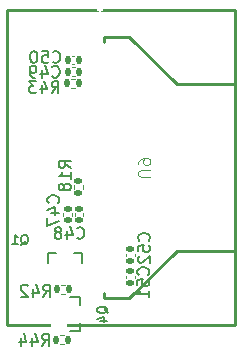
<source format=gbr>
%TF.GenerationSoftware,KiCad,Pcbnew,8.99.0-3334-g98ae574c78*%
%TF.CreationDate,2024-12-09T23:46:28-05:00*%
%TF.ProjectId,SmartPowerBoard,536d6172-7450-46f7-9765-72426f617264,rev?*%
%TF.SameCoordinates,Original*%
%TF.FileFunction,Legend,Bot*%
%TF.FilePolarity,Positive*%
%FSLAX46Y46*%
G04 Gerber Fmt 4.6, Leading zero omitted, Abs format (unit mm)*
G04 Created by KiCad (PCBNEW 8.99.0-3334-g98ae574c78) date 2024-12-09 23:46:28*
%MOMM*%
%LPD*%
G01*
G04 APERTURE LIST*
G04 Aperture macros list*
%AMRoundRect*
0 Rectangle with rounded corners*
0 $1 Rounding radius*
0 $2 $3 $4 $5 $6 $7 $8 $9 X,Y pos of 4 corners*
0 Add a 4 corners polygon primitive as box body*
4,1,4,$2,$3,$4,$5,$6,$7,$8,$9,$2,$3,0*
0 Add four circle primitives for the rounded corners*
1,1,$1+$1,$2,$3*
1,1,$1+$1,$4,$5*
1,1,$1+$1,$6,$7*
1,1,$1+$1,$8,$9*
0 Add four rect primitives between the rounded corners*
20,1,$1+$1,$2,$3,$4,$5,0*
20,1,$1+$1,$4,$5,$6,$7,0*
20,1,$1+$1,$6,$7,$8,$9,0*
20,1,$1+$1,$8,$9,$2,$3,0*%
G04 Aperture macros list end*
%ADD10C,0.150000*%
%ADD11C,0.100000*%
%ADD12C,0.120000*%
%ADD13C,0.254000*%
%ADD14C,0.203200*%
%ADD15C,1.576200*%
%ADD16C,0.836200*%
%ADD17C,0.010000*%
%ADD18C,3.000000*%
%ADD19R,2.100000X2.100000*%
%ADD20C,2.100000*%
%ADD21C,2.999999*%
%ADD22R,1.520000X1.520000*%
%ADD23C,1.520000*%
%ADD24C,0.650000*%
%ADD25O,2.100000X1.000000*%
%ADD26O,1.800000X1.000000*%
%ADD27RoundRect,0.140000X0.170000X-0.140000X0.170000X0.140000X-0.170000X0.140000X-0.170000X-0.140000X0*%
%ADD28R,3.000000X0.500000*%
%ADD29RoundRect,0.140000X-0.140000X-0.170000X0.140000X-0.170000X0.140000X0.170000X-0.140000X0.170000X0*%
%ADD30RoundRect,0.135000X-0.135000X-0.185000X0.135000X-0.185000X0.135000X0.185000X-0.135000X0.185000X0*%
%ADD31R,1.400000X1.000000*%
%ADD32R,1.000000X1.400000*%
%ADD33RoundRect,0.140000X-0.170000X0.140000X-0.170000X-0.140000X0.170000X-0.140000X0.170000X0.140000X0*%
%ADD34RoundRect,0.135000X0.185000X-0.135000X0.185000X0.135000X-0.185000X0.135000X-0.185000X-0.135000X0*%
G04 APERTURE END LIST*
D10*
X190059580Y-99407142D02*
X190107200Y-99359523D01*
X190107200Y-99359523D02*
X190154819Y-99216666D01*
X190154819Y-99216666D02*
X190154819Y-99121428D01*
X190154819Y-99121428D02*
X190107200Y-98978571D01*
X190107200Y-98978571D02*
X190011961Y-98883333D01*
X190011961Y-98883333D02*
X189916723Y-98835714D01*
X189916723Y-98835714D02*
X189726247Y-98788095D01*
X189726247Y-98788095D02*
X189583390Y-98788095D01*
X189583390Y-98788095D02*
X189392914Y-98835714D01*
X189392914Y-98835714D02*
X189297676Y-98883333D01*
X189297676Y-98883333D02*
X189202438Y-98978571D01*
X189202438Y-98978571D02*
X189154819Y-99121428D01*
X189154819Y-99121428D02*
X189154819Y-99216666D01*
X189154819Y-99216666D02*
X189202438Y-99359523D01*
X189202438Y-99359523D02*
X189250057Y-99407142D01*
X189154819Y-100311904D02*
X189154819Y-99835714D01*
X189154819Y-99835714D02*
X189631009Y-99788095D01*
X189631009Y-99788095D02*
X189583390Y-99835714D01*
X189583390Y-99835714D02*
X189535771Y-99930952D01*
X189535771Y-99930952D02*
X189535771Y-100169047D01*
X189535771Y-100169047D02*
X189583390Y-100264285D01*
X189583390Y-100264285D02*
X189631009Y-100311904D01*
X189631009Y-100311904D02*
X189726247Y-100359523D01*
X189726247Y-100359523D02*
X189964342Y-100359523D01*
X189964342Y-100359523D02*
X190059580Y-100311904D01*
X190059580Y-100311904D02*
X190107200Y-100264285D01*
X190107200Y-100264285D02*
X190154819Y-100169047D01*
X190154819Y-100169047D02*
X190154819Y-99930952D01*
X190154819Y-99930952D02*
X190107200Y-99835714D01*
X190107200Y-99835714D02*
X190059580Y-99788095D01*
X189250057Y-100740476D02*
X189202438Y-100788095D01*
X189202438Y-100788095D02*
X189154819Y-100883333D01*
X189154819Y-100883333D02*
X189154819Y-101121428D01*
X189154819Y-101121428D02*
X189202438Y-101216666D01*
X189202438Y-101216666D02*
X189250057Y-101264285D01*
X189250057Y-101264285D02*
X189345295Y-101311904D01*
X189345295Y-101311904D02*
X189440533Y-101311904D01*
X189440533Y-101311904D02*
X189583390Y-101264285D01*
X189583390Y-101264285D02*
X190154819Y-100692857D01*
X190154819Y-100692857D02*
X190154819Y-101311904D01*
D11*
X190192580Y-94011904D02*
X189383057Y-94011904D01*
X189383057Y-94011904D02*
X189287819Y-93964285D01*
X189287819Y-93964285D02*
X189240200Y-93916666D01*
X189240200Y-93916666D02*
X189192580Y-93821428D01*
X189192580Y-93821428D02*
X189192580Y-93630952D01*
X189192580Y-93630952D02*
X189240200Y-93535714D01*
X189240200Y-93535714D02*
X189287819Y-93488095D01*
X189287819Y-93488095D02*
X189383057Y-93440476D01*
X189383057Y-93440476D02*
X190192580Y-93440476D01*
X189192580Y-92916666D02*
X189192580Y-92726190D01*
X189192580Y-92726190D02*
X189240200Y-92630952D01*
X189240200Y-92630952D02*
X189287819Y-92583333D01*
X189287819Y-92583333D02*
X189430676Y-92488095D01*
X189430676Y-92488095D02*
X189621152Y-92440476D01*
X189621152Y-92440476D02*
X190002104Y-92440476D01*
X190002104Y-92440476D02*
X190097342Y-92488095D01*
X190097342Y-92488095D02*
X190144961Y-92535714D01*
X190144961Y-92535714D02*
X190192580Y-92630952D01*
X190192580Y-92630952D02*
X190192580Y-92821428D01*
X190192580Y-92821428D02*
X190144961Y-92916666D01*
X190144961Y-92916666D02*
X190097342Y-92964285D01*
X190097342Y-92964285D02*
X190002104Y-93011904D01*
X190002104Y-93011904D02*
X189764009Y-93011904D01*
X189764009Y-93011904D02*
X189668771Y-92964285D01*
X189668771Y-92964285D02*
X189621152Y-92916666D01*
X189621152Y-92916666D02*
X189573533Y-92821428D01*
X189573533Y-92821428D02*
X189573533Y-92630952D01*
X189573533Y-92630952D02*
X189621152Y-92535714D01*
X189621152Y-92535714D02*
X189668771Y-92488095D01*
X189668771Y-92488095D02*
X189764009Y-92440476D01*
D10*
X181942857Y-84259580D02*
X181990476Y-84307200D01*
X181990476Y-84307200D02*
X182133333Y-84354819D01*
X182133333Y-84354819D02*
X182228571Y-84354819D01*
X182228571Y-84354819D02*
X182371428Y-84307200D01*
X182371428Y-84307200D02*
X182466666Y-84211961D01*
X182466666Y-84211961D02*
X182514285Y-84116723D01*
X182514285Y-84116723D02*
X182561904Y-83926247D01*
X182561904Y-83926247D02*
X182561904Y-83783390D01*
X182561904Y-83783390D02*
X182514285Y-83592914D01*
X182514285Y-83592914D02*
X182466666Y-83497676D01*
X182466666Y-83497676D02*
X182371428Y-83402438D01*
X182371428Y-83402438D02*
X182228571Y-83354819D01*
X182228571Y-83354819D02*
X182133333Y-83354819D01*
X182133333Y-83354819D02*
X181990476Y-83402438D01*
X181990476Y-83402438D02*
X181942857Y-83450057D01*
X181038095Y-83354819D02*
X181514285Y-83354819D01*
X181514285Y-83354819D02*
X181561904Y-83831009D01*
X181561904Y-83831009D02*
X181514285Y-83783390D01*
X181514285Y-83783390D02*
X181419047Y-83735771D01*
X181419047Y-83735771D02*
X181180952Y-83735771D01*
X181180952Y-83735771D02*
X181085714Y-83783390D01*
X181085714Y-83783390D02*
X181038095Y-83831009D01*
X181038095Y-83831009D02*
X180990476Y-83926247D01*
X180990476Y-83926247D02*
X180990476Y-84164342D01*
X180990476Y-84164342D02*
X181038095Y-84259580D01*
X181038095Y-84259580D02*
X181085714Y-84307200D01*
X181085714Y-84307200D02*
X181180952Y-84354819D01*
X181180952Y-84354819D02*
X181419047Y-84354819D01*
X181419047Y-84354819D02*
X181514285Y-84307200D01*
X181514285Y-84307200D02*
X181561904Y-84259580D01*
X180371428Y-83354819D02*
X180276190Y-83354819D01*
X180276190Y-83354819D02*
X180180952Y-83402438D01*
X180180952Y-83402438D02*
X180133333Y-83450057D01*
X180133333Y-83450057D02*
X180085714Y-83545295D01*
X180085714Y-83545295D02*
X180038095Y-83735771D01*
X180038095Y-83735771D02*
X180038095Y-83973866D01*
X180038095Y-83973866D02*
X180085714Y-84164342D01*
X180085714Y-84164342D02*
X180133333Y-84259580D01*
X180133333Y-84259580D02*
X180180952Y-84307200D01*
X180180952Y-84307200D02*
X180276190Y-84354819D01*
X180276190Y-84354819D02*
X180371428Y-84354819D01*
X180371428Y-84354819D02*
X180466666Y-84307200D01*
X180466666Y-84307200D02*
X180514285Y-84259580D01*
X180514285Y-84259580D02*
X180561904Y-84164342D01*
X180561904Y-84164342D02*
X180609523Y-83973866D01*
X180609523Y-83973866D02*
X180609523Y-83735771D01*
X180609523Y-83735771D02*
X180561904Y-83545295D01*
X180561904Y-83545295D02*
X180514285Y-83450057D01*
X180514285Y-83450057D02*
X180466666Y-83402438D01*
X180466666Y-83402438D02*
X180371428Y-83354819D01*
X181842857Y-86904819D02*
X182176190Y-86428628D01*
X182414285Y-86904819D02*
X182414285Y-85904819D01*
X182414285Y-85904819D02*
X182033333Y-85904819D01*
X182033333Y-85904819D02*
X181938095Y-85952438D01*
X181938095Y-85952438D02*
X181890476Y-86000057D01*
X181890476Y-86000057D02*
X181842857Y-86095295D01*
X181842857Y-86095295D02*
X181842857Y-86238152D01*
X181842857Y-86238152D02*
X181890476Y-86333390D01*
X181890476Y-86333390D02*
X181938095Y-86381009D01*
X181938095Y-86381009D02*
X182033333Y-86428628D01*
X182033333Y-86428628D02*
X182414285Y-86428628D01*
X180985714Y-86238152D02*
X180985714Y-86904819D01*
X181223809Y-85857200D02*
X181461904Y-86571485D01*
X181461904Y-86571485D02*
X180842857Y-86571485D01*
X180557142Y-85904819D02*
X179938095Y-85904819D01*
X179938095Y-85904819D02*
X180271428Y-86285771D01*
X180271428Y-86285771D02*
X180128571Y-86285771D01*
X180128571Y-86285771D02*
X180033333Y-86333390D01*
X180033333Y-86333390D02*
X179985714Y-86381009D01*
X179985714Y-86381009D02*
X179938095Y-86476247D01*
X179938095Y-86476247D02*
X179938095Y-86714342D01*
X179938095Y-86714342D02*
X179985714Y-86809580D01*
X179985714Y-86809580D02*
X180033333Y-86857200D01*
X180033333Y-86857200D02*
X180128571Y-86904819D01*
X180128571Y-86904819D02*
X180414285Y-86904819D01*
X180414285Y-86904819D02*
X180509523Y-86857200D01*
X180509523Y-86857200D02*
X180557142Y-86809580D01*
X186588675Y-105573777D02*
X186550563Y-105497554D01*
X186550563Y-105497554D02*
X186474341Y-105421331D01*
X186474341Y-105421331D02*
X186360006Y-105306997D01*
X186360006Y-105306997D02*
X186321895Y-105230774D01*
X186321895Y-105230774D02*
X186321895Y-105154552D01*
X186512452Y-105192663D02*
X186474341Y-105116440D01*
X186474341Y-105116440D02*
X186398118Y-105040217D01*
X186398118Y-105040217D02*
X186245672Y-105002106D01*
X186245672Y-105002106D02*
X185978893Y-105002106D01*
X185978893Y-105002106D02*
X185826447Y-105040217D01*
X185826447Y-105040217D02*
X185750224Y-105116440D01*
X185750224Y-105116440D02*
X185712113Y-105192663D01*
X185712113Y-105192663D02*
X185712113Y-105345108D01*
X185712113Y-105345108D02*
X185750224Y-105421331D01*
X185750224Y-105421331D02*
X185826447Y-105497554D01*
X185826447Y-105497554D02*
X185978893Y-105535665D01*
X185978893Y-105535665D02*
X186245672Y-105535665D01*
X186245672Y-105535665D02*
X186398118Y-105497554D01*
X186398118Y-105497554D02*
X186474341Y-105421331D01*
X186474341Y-105421331D02*
X186512452Y-105345108D01*
X186512452Y-105345108D02*
X186512452Y-105192663D01*
X185978893Y-106221670D02*
X186512452Y-106221670D01*
X185674002Y-106031113D02*
X186245672Y-105840556D01*
X186245672Y-105840556D02*
X186245672Y-106336004D01*
X181892857Y-85509580D02*
X181940476Y-85557200D01*
X181940476Y-85557200D02*
X182083333Y-85604819D01*
X182083333Y-85604819D02*
X182178571Y-85604819D01*
X182178571Y-85604819D02*
X182321428Y-85557200D01*
X182321428Y-85557200D02*
X182416666Y-85461961D01*
X182416666Y-85461961D02*
X182464285Y-85366723D01*
X182464285Y-85366723D02*
X182511904Y-85176247D01*
X182511904Y-85176247D02*
X182511904Y-85033390D01*
X182511904Y-85033390D02*
X182464285Y-84842914D01*
X182464285Y-84842914D02*
X182416666Y-84747676D01*
X182416666Y-84747676D02*
X182321428Y-84652438D01*
X182321428Y-84652438D02*
X182178571Y-84604819D01*
X182178571Y-84604819D02*
X182083333Y-84604819D01*
X182083333Y-84604819D02*
X181940476Y-84652438D01*
X181940476Y-84652438D02*
X181892857Y-84700057D01*
X181035714Y-84938152D02*
X181035714Y-85604819D01*
X181273809Y-84557200D02*
X181511904Y-85271485D01*
X181511904Y-85271485D02*
X180892857Y-85271485D01*
X180464285Y-85604819D02*
X180273809Y-85604819D01*
X180273809Y-85604819D02*
X180178571Y-85557200D01*
X180178571Y-85557200D02*
X180130952Y-85509580D01*
X180130952Y-85509580D02*
X180035714Y-85366723D01*
X180035714Y-85366723D02*
X179988095Y-85176247D01*
X179988095Y-85176247D02*
X179988095Y-84795295D01*
X179988095Y-84795295D02*
X180035714Y-84700057D01*
X180035714Y-84700057D02*
X180083333Y-84652438D01*
X180083333Y-84652438D02*
X180178571Y-84604819D01*
X180178571Y-84604819D02*
X180369047Y-84604819D01*
X180369047Y-84604819D02*
X180464285Y-84652438D01*
X180464285Y-84652438D02*
X180511904Y-84700057D01*
X180511904Y-84700057D02*
X180559523Y-84795295D01*
X180559523Y-84795295D02*
X180559523Y-85033390D01*
X180559523Y-85033390D02*
X180511904Y-85128628D01*
X180511904Y-85128628D02*
X180464285Y-85176247D01*
X180464285Y-85176247D02*
X180369047Y-85223866D01*
X180369047Y-85223866D02*
X180178571Y-85223866D01*
X180178571Y-85223866D02*
X180083333Y-85176247D01*
X180083333Y-85176247D02*
X180035714Y-85128628D01*
X180035714Y-85128628D02*
X179988095Y-85033390D01*
X179231087Y-99775454D02*
X179307280Y-99737357D01*
X179307280Y-99737357D02*
X179383473Y-99661165D01*
X179383473Y-99661165D02*
X179497762Y-99546875D01*
X179497762Y-99546875D02*
X179573955Y-99508779D01*
X179573955Y-99508779D02*
X179650147Y-99508779D01*
X179612051Y-99699261D02*
X179688244Y-99661165D01*
X179688244Y-99661165D02*
X179764437Y-99584972D01*
X179764437Y-99584972D02*
X179802533Y-99432586D01*
X179802533Y-99432586D02*
X179802533Y-99165912D01*
X179802533Y-99165912D02*
X179764437Y-99013526D01*
X179764437Y-99013526D02*
X179688244Y-98937333D01*
X179688244Y-98937333D02*
X179612051Y-98899237D01*
X179612051Y-98899237D02*
X179459666Y-98899237D01*
X179459666Y-98899237D02*
X179383473Y-98937333D01*
X179383473Y-98937333D02*
X179307280Y-99013526D01*
X179307280Y-99013526D02*
X179269184Y-99165912D01*
X179269184Y-99165912D02*
X179269184Y-99432586D01*
X179269184Y-99432586D02*
X179307280Y-99584972D01*
X179307280Y-99584972D02*
X179383473Y-99661165D01*
X179383473Y-99661165D02*
X179459666Y-99699261D01*
X179459666Y-99699261D02*
X179612051Y-99699261D01*
X178507256Y-99699261D02*
X178964413Y-99699261D01*
X178735835Y-99699261D02*
X178735835Y-98899237D01*
X178735835Y-98899237D02*
X178812027Y-99013526D01*
X178812027Y-99013526D02*
X178888220Y-99089719D01*
X178888220Y-99089719D02*
X178964413Y-99127815D01*
X182389580Y-96207142D02*
X182437200Y-96159523D01*
X182437200Y-96159523D02*
X182484819Y-96016666D01*
X182484819Y-96016666D02*
X182484819Y-95921428D01*
X182484819Y-95921428D02*
X182437200Y-95778571D01*
X182437200Y-95778571D02*
X182341961Y-95683333D01*
X182341961Y-95683333D02*
X182246723Y-95635714D01*
X182246723Y-95635714D02*
X182056247Y-95588095D01*
X182056247Y-95588095D02*
X181913390Y-95588095D01*
X181913390Y-95588095D02*
X181722914Y-95635714D01*
X181722914Y-95635714D02*
X181627676Y-95683333D01*
X181627676Y-95683333D02*
X181532438Y-95778571D01*
X181532438Y-95778571D02*
X181484819Y-95921428D01*
X181484819Y-95921428D02*
X181484819Y-96016666D01*
X181484819Y-96016666D02*
X181532438Y-96159523D01*
X181532438Y-96159523D02*
X181580057Y-96207142D01*
X181818152Y-97064285D02*
X182484819Y-97064285D01*
X181437200Y-96826190D02*
X182151485Y-96588095D01*
X182151485Y-96588095D02*
X182151485Y-97207142D01*
X181484819Y-97492857D02*
X181484819Y-98159523D01*
X181484819Y-98159523D02*
X182484819Y-97730952D01*
X181142857Y-104154819D02*
X181476190Y-103678628D01*
X181714285Y-104154819D02*
X181714285Y-103154819D01*
X181714285Y-103154819D02*
X181333333Y-103154819D01*
X181333333Y-103154819D02*
X181238095Y-103202438D01*
X181238095Y-103202438D02*
X181190476Y-103250057D01*
X181190476Y-103250057D02*
X181142857Y-103345295D01*
X181142857Y-103345295D02*
X181142857Y-103488152D01*
X181142857Y-103488152D02*
X181190476Y-103583390D01*
X181190476Y-103583390D02*
X181238095Y-103631009D01*
X181238095Y-103631009D02*
X181333333Y-103678628D01*
X181333333Y-103678628D02*
X181714285Y-103678628D01*
X180285714Y-103488152D02*
X180285714Y-104154819D01*
X180523809Y-103107200D02*
X180761904Y-103821485D01*
X180761904Y-103821485D02*
X180142857Y-103821485D01*
X179809523Y-103250057D02*
X179761904Y-103202438D01*
X179761904Y-103202438D02*
X179666666Y-103154819D01*
X179666666Y-103154819D02*
X179428571Y-103154819D01*
X179428571Y-103154819D02*
X179333333Y-103202438D01*
X179333333Y-103202438D02*
X179285714Y-103250057D01*
X179285714Y-103250057D02*
X179238095Y-103345295D01*
X179238095Y-103345295D02*
X179238095Y-103440533D01*
X179238095Y-103440533D02*
X179285714Y-103583390D01*
X179285714Y-103583390D02*
X179857142Y-104154819D01*
X179857142Y-104154819D02*
X179238095Y-104154819D01*
X183992857Y-99159580D02*
X184040476Y-99207200D01*
X184040476Y-99207200D02*
X184183333Y-99254819D01*
X184183333Y-99254819D02*
X184278571Y-99254819D01*
X184278571Y-99254819D02*
X184421428Y-99207200D01*
X184421428Y-99207200D02*
X184516666Y-99111961D01*
X184516666Y-99111961D02*
X184564285Y-99016723D01*
X184564285Y-99016723D02*
X184611904Y-98826247D01*
X184611904Y-98826247D02*
X184611904Y-98683390D01*
X184611904Y-98683390D02*
X184564285Y-98492914D01*
X184564285Y-98492914D02*
X184516666Y-98397676D01*
X184516666Y-98397676D02*
X184421428Y-98302438D01*
X184421428Y-98302438D02*
X184278571Y-98254819D01*
X184278571Y-98254819D02*
X184183333Y-98254819D01*
X184183333Y-98254819D02*
X184040476Y-98302438D01*
X184040476Y-98302438D02*
X183992857Y-98350057D01*
X183135714Y-98588152D02*
X183135714Y-99254819D01*
X183373809Y-98207200D02*
X183611904Y-98921485D01*
X183611904Y-98921485D02*
X182992857Y-98921485D01*
X182469047Y-98683390D02*
X182564285Y-98635771D01*
X182564285Y-98635771D02*
X182611904Y-98588152D01*
X182611904Y-98588152D02*
X182659523Y-98492914D01*
X182659523Y-98492914D02*
X182659523Y-98445295D01*
X182659523Y-98445295D02*
X182611904Y-98350057D01*
X182611904Y-98350057D02*
X182564285Y-98302438D01*
X182564285Y-98302438D02*
X182469047Y-98254819D01*
X182469047Y-98254819D02*
X182278571Y-98254819D01*
X182278571Y-98254819D02*
X182183333Y-98302438D01*
X182183333Y-98302438D02*
X182135714Y-98350057D01*
X182135714Y-98350057D02*
X182088095Y-98445295D01*
X182088095Y-98445295D02*
X182088095Y-98492914D01*
X182088095Y-98492914D02*
X182135714Y-98588152D01*
X182135714Y-98588152D02*
X182183333Y-98635771D01*
X182183333Y-98635771D02*
X182278571Y-98683390D01*
X182278571Y-98683390D02*
X182469047Y-98683390D01*
X182469047Y-98683390D02*
X182564285Y-98731009D01*
X182564285Y-98731009D02*
X182611904Y-98778628D01*
X182611904Y-98778628D02*
X182659523Y-98873866D01*
X182659523Y-98873866D02*
X182659523Y-99064342D01*
X182659523Y-99064342D02*
X182611904Y-99159580D01*
X182611904Y-99159580D02*
X182564285Y-99207200D01*
X182564285Y-99207200D02*
X182469047Y-99254819D01*
X182469047Y-99254819D02*
X182278571Y-99254819D01*
X182278571Y-99254819D02*
X182183333Y-99207200D01*
X182183333Y-99207200D02*
X182135714Y-99159580D01*
X182135714Y-99159580D02*
X182088095Y-99064342D01*
X182088095Y-99064342D02*
X182088095Y-98873866D01*
X182088095Y-98873866D02*
X182135714Y-98778628D01*
X182135714Y-98778628D02*
X182183333Y-98731009D01*
X182183333Y-98731009D02*
X182278571Y-98683390D01*
X190009580Y-102307142D02*
X190057200Y-102259523D01*
X190057200Y-102259523D02*
X190104819Y-102116666D01*
X190104819Y-102116666D02*
X190104819Y-102021428D01*
X190104819Y-102021428D02*
X190057200Y-101878571D01*
X190057200Y-101878571D02*
X189961961Y-101783333D01*
X189961961Y-101783333D02*
X189866723Y-101735714D01*
X189866723Y-101735714D02*
X189676247Y-101688095D01*
X189676247Y-101688095D02*
X189533390Y-101688095D01*
X189533390Y-101688095D02*
X189342914Y-101735714D01*
X189342914Y-101735714D02*
X189247676Y-101783333D01*
X189247676Y-101783333D02*
X189152438Y-101878571D01*
X189152438Y-101878571D02*
X189104819Y-102021428D01*
X189104819Y-102021428D02*
X189104819Y-102116666D01*
X189104819Y-102116666D02*
X189152438Y-102259523D01*
X189152438Y-102259523D02*
X189200057Y-102307142D01*
X189104819Y-103211904D02*
X189104819Y-102735714D01*
X189104819Y-102735714D02*
X189581009Y-102688095D01*
X189581009Y-102688095D02*
X189533390Y-102735714D01*
X189533390Y-102735714D02*
X189485771Y-102830952D01*
X189485771Y-102830952D02*
X189485771Y-103069047D01*
X189485771Y-103069047D02*
X189533390Y-103164285D01*
X189533390Y-103164285D02*
X189581009Y-103211904D01*
X189581009Y-103211904D02*
X189676247Y-103259523D01*
X189676247Y-103259523D02*
X189914342Y-103259523D01*
X189914342Y-103259523D02*
X190009580Y-103211904D01*
X190009580Y-103211904D02*
X190057200Y-103164285D01*
X190057200Y-103164285D02*
X190104819Y-103069047D01*
X190104819Y-103069047D02*
X190104819Y-102830952D01*
X190104819Y-102830952D02*
X190057200Y-102735714D01*
X190057200Y-102735714D02*
X190009580Y-102688095D01*
X190104819Y-104211904D02*
X190104819Y-103640476D01*
X190104819Y-103926190D02*
X189104819Y-103926190D01*
X189104819Y-103926190D02*
X189247676Y-103830952D01*
X189247676Y-103830952D02*
X189342914Y-103735714D01*
X189342914Y-103735714D02*
X189390533Y-103640476D01*
X183454819Y-93257142D02*
X182978628Y-92923809D01*
X183454819Y-92685714D02*
X182454819Y-92685714D01*
X182454819Y-92685714D02*
X182454819Y-93066666D01*
X182454819Y-93066666D02*
X182502438Y-93161904D01*
X182502438Y-93161904D02*
X182550057Y-93209523D01*
X182550057Y-93209523D02*
X182645295Y-93257142D01*
X182645295Y-93257142D02*
X182788152Y-93257142D01*
X182788152Y-93257142D02*
X182883390Y-93209523D01*
X182883390Y-93209523D02*
X182931009Y-93161904D01*
X182931009Y-93161904D02*
X182978628Y-93066666D01*
X182978628Y-93066666D02*
X182978628Y-92685714D01*
X183454819Y-94209523D02*
X183454819Y-93638095D01*
X183454819Y-93923809D02*
X182454819Y-93923809D01*
X182454819Y-93923809D02*
X182597676Y-93828571D01*
X182597676Y-93828571D02*
X182692914Y-93733333D01*
X182692914Y-93733333D02*
X182740533Y-93638095D01*
X182883390Y-94780952D02*
X182835771Y-94685714D01*
X182835771Y-94685714D02*
X182788152Y-94638095D01*
X182788152Y-94638095D02*
X182692914Y-94590476D01*
X182692914Y-94590476D02*
X182645295Y-94590476D01*
X182645295Y-94590476D02*
X182550057Y-94638095D01*
X182550057Y-94638095D02*
X182502438Y-94685714D01*
X182502438Y-94685714D02*
X182454819Y-94780952D01*
X182454819Y-94780952D02*
X182454819Y-94971428D01*
X182454819Y-94971428D02*
X182502438Y-95066666D01*
X182502438Y-95066666D02*
X182550057Y-95114285D01*
X182550057Y-95114285D02*
X182645295Y-95161904D01*
X182645295Y-95161904D02*
X182692914Y-95161904D01*
X182692914Y-95161904D02*
X182788152Y-95114285D01*
X182788152Y-95114285D02*
X182835771Y-95066666D01*
X182835771Y-95066666D02*
X182883390Y-94971428D01*
X182883390Y-94971428D02*
X182883390Y-94780952D01*
X182883390Y-94780952D02*
X182931009Y-94685714D01*
X182931009Y-94685714D02*
X182978628Y-94638095D01*
X182978628Y-94638095D02*
X183073866Y-94590476D01*
X183073866Y-94590476D02*
X183264342Y-94590476D01*
X183264342Y-94590476D02*
X183359580Y-94638095D01*
X183359580Y-94638095D02*
X183407200Y-94685714D01*
X183407200Y-94685714D02*
X183454819Y-94780952D01*
X183454819Y-94780952D02*
X183454819Y-94971428D01*
X183454819Y-94971428D02*
X183407200Y-95066666D01*
X183407200Y-95066666D02*
X183359580Y-95114285D01*
X183359580Y-95114285D02*
X183264342Y-95161904D01*
X183264342Y-95161904D02*
X183073866Y-95161904D01*
X183073866Y-95161904D02*
X182978628Y-95114285D01*
X182978628Y-95114285D02*
X182931009Y-95066666D01*
X182931009Y-95066666D02*
X182883390Y-94971428D01*
X181042857Y-108304819D02*
X181376190Y-107828628D01*
X181614285Y-108304819D02*
X181614285Y-107304819D01*
X181614285Y-107304819D02*
X181233333Y-107304819D01*
X181233333Y-107304819D02*
X181138095Y-107352438D01*
X181138095Y-107352438D02*
X181090476Y-107400057D01*
X181090476Y-107400057D02*
X181042857Y-107495295D01*
X181042857Y-107495295D02*
X181042857Y-107638152D01*
X181042857Y-107638152D02*
X181090476Y-107733390D01*
X181090476Y-107733390D02*
X181138095Y-107781009D01*
X181138095Y-107781009D02*
X181233333Y-107828628D01*
X181233333Y-107828628D02*
X181614285Y-107828628D01*
X180185714Y-107638152D02*
X180185714Y-108304819D01*
X180423809Y-107257200D02*
X180661904Y-107971485D01*
X180661904Y-107971485D02*
X180042857Y-107971485D01*
X179233333Y-107638152D02*
X179233333Y-108304819D01*
X179471428Y-107257200D02*
X179709523Y-107971485D01*
X179709523Y-107971485D02*
X179090476Y-107971485D01*
D12*
%TO.C,C52*%
X188155000Y-100532164D02*
X188155000Y-100747836D01*
X188875000Y-100532164D02*
X188875000Y-100747836D01*
D13*
%TO.C,U9*%
X178087000Y-79850000D02*
X178087000Y-106550000D01*
X186286000Y-82151000D02*
X188407000Y-82151000D01*
X186286000Y-82569000D02*
X186286000Y-82151000D01*
X186286027Y-103882973D02*
X186286027Y-104300973D01*
X186286027Y-104300973D02*
X188407027Y-104300973D01*
X192434000Y-86178000D02*
X188407000Y-82151000D01*
X192434000Y-100274000D02*
X188407027Y-104300973D01*
X197387000Y-79850000D02*
X178087000Y-79850000D01*
X197387000Y-79850000D02*
X197387000Y-106550000D01*
X197387000Y-86178000D02*
X192434000Y-86178000D01*
X197387000Y-100274000D02*
X192434000Y-100274000D01*
X197387000Y-106550000D02*
X178087000Y-106550000D01*
D12*
%TO.C,C50*%
X183777836Y-83780000D02*
X183562164Y-83780000D01*
X183777836Y-84500000D02*
X183562164Y-84500000D01*
%TO.C,R43*%
X183818641Y-85710000D02*
X183511359Y-85710000D01*
X183818641Y-86470000D02*
X183511359Y-86470000D01*
D14*
%TO.C,Q4*%
X183437600Y-104212600D02*
X184250400Y-104212600D01*
X184250400Y-104212600D02*
X184250400Y-104871400D01*
X184250400Y-106398600D02*
X184250400Y-107057400D01*
X184250400Y-107057400D02*
X183437600Y-107057400D01*
D12*
%TO.C,C49*%
X183797836Y-84755000D02*
X183582164Y-84755000D01*
X183797836Y-85475000D02*
X183582164Y-85475000D01*
D14*
%TO.C,Q1*%
X181542600Y-100454600D02*
X182201400Y-100454600D01*
X181542600Y-101267400D02*
X181542600Y-100454600D01*
X183728600Y-100454600D02*
X184387400Y-100454600D01*
X184387400Y-100454600D02*
X184387400Y-101267400D01*
D12*
%TO.C,C47*%
X182830000Y-97317836D02*
X182830000Y-97102164D01*
X183550000Y-97317836D02*
X183550000Y-97102164D01*
%TO.C,R42*%
X182943641Y-103135000D02*
X182636359Y-103135000D01*
X182943641Y-103895000D02*
X182636359Y-103895000D01*
%TO.C,C48*%
X183780000Y-97317836D02*
X183780000Y-97102164D01*
X184500000Y-97317836D02*
X184500000Y-97102164D01*
%TO.C,C51*%
X188155000Y-102382164D02*
X188155000Y-102597836D01*
X188875000Y-102382164D02*
X188875000Y-102597836D01*
%TO.C,R18*%
X183735000Y-94731359D02*
X183735000Y-95038641D01*
X184495000Y-94731359D02*
X184495000Y-95038641D01*
%TO.C,R44*%
X182868641Y-107430000D02*
X182561359Y-107430000D01*
X182868641Y-108190000D02*
X182561359Y-108190000D01*
%TD*%
%LPC*%
D15*
%TO.C,J6*%
X138843100Y-102675000D02*
G75*
G02*
X137266900Y-102675000I-788100J0D01*
G01*
X137266900Y-102675000D02*
G75*
G02*
X138843100Y-102675000I788100J0D01*
G01*
D16*
X142793100Y-99675000D02*
G75*
G02*
X141956900Y-99675000I-418100J0D01*
G01*
X141956900Y-99675000D02*
G75*
G02*
X142793100Y-99675000I418100J0D01*
G01*
X142793100Y-102675000D02*
G75*
G02*
X141956900Y-102675000I-418100J0D01*
G01*
X141956900Y-102675000D02*
G75*
G02*
X142793100Y-102675000I418100J0D01*
G01*
X145793100Y-99675000D02*
G75*
G02*
X144956900Y-99675000I-418100J0D01*
G01*
X144956900Y-99675000D02*
G75*
G02*
X145793100Y-99675000I418100J0D01*
G01*
X145793100Y-102675000D02*
G75*
G02*
X144956900Y-102675000I-418100J0D01*
G01*
X144956900Y-102675000D02*
G75*
G02*
X145793100Y-102675000I418100J0D01*
G01*
X145793100Y-105675000D02*
G75*
G02*
X144956900Y-105675000I-418100J0D01*
G01*
X144956900Y-105675000D02*
G75*
G02*
X145793100Y-105675000I418100J0D01*
G01*
D17*
X143211200Y-106511200D02*
X141538800Y-106511200D01*
X141538800Y-104838800D01*
X143211200Y-104838800D01*
X143211200Y-106511200D01*
G36*
X143211200Y-106511200D02*
G01*
X141538800Y-106511200D01*
X141538800Y-104838800D01*
X143211200Y-104838800D01*
X143211200Y-106511200D01*
G37*
%TD*%
D18*
%TO.C,J6*%
X138055000Y-102675000D03*
%TD*%
D19*
%TO.C,J7*%
X150760000Y-104200000D03*
D20*
X155840000Y-104200000D03*
X160920000Y-104200000D03*
X166000000Y-104200000D03*
%TD*%
D21*
%TO.C,J1*%
X137110352Y-75980001D03*
D22*
X137110352Y-80300000D03*
D23*
X137110352Y-83299999D03*
%TD*%
D24*
%TO.C,J2*%
X185975000Y-79680000D03*
X185975000Y-73900000D03*
D25*
X185475000Y-81110000D03*
D26*
X189655000Y-81110000D03*
D25*
X185475000Y-72470000D03*
D26*
X189655000Y-72470000D03*
%TD*%
D27*
%TO.C,C52*%
X188515000Y-101120000D03*
X188515000Y-100160000D03*
%TD*%
D28*
%TO.C,U9*%
X186300000Y-103350000D03*
X186300000Y-102650000D03*
X186300000Y-101950000D03*
X186300000Y-101250000D03*
X186300000Y-100550000D03*
X186300000Y-99850000D03*
X186300000Y-99150000D03*
X186300000Y-98450000D03*
X186300000Y-97750000D03*
X186300000Y-97050000D03*
X186300000Y-96350000D03*
X186300000Y-95650000D03*
X186300000Y-94950000D03*
X186300000Y-94250000D03*
X186300000Y-93550000D03*
X186300000Y-92850000D03*
X186300000Y-92150000D03*
X186300000Y-91450000D03*
X186300000Y-90750000D03*
X186300000Y-90050000D03*
X186300000Y-89350000D03*
X186300000Y-88650000D03*
X186300000Y-87950000D03*
X186300000Y-87250000D03*
X186300000Y-86550000D03*
X186300000Y-85850000D03*
X186300000Y-85150000D03*
X186300000Y-84450000D03*
X186300000Y-83750000D03*
X186300000Y-83050000D03*
%TD*%
D29*
%TO.C,C50*%
X183190000Y-84140000D03*
X184150000Y-84140000D03*
%TD*%
D30*
%TO.C,R43*%
X183155000Y-86090000D03*
X184175000Y-86090000D03*
%TD*%
D31*
%TO.C,Q4*%
X182490000Y-106585000D03*
X182490000Y-104685000D03*
X184690000Y-105635000D03*
%TD*%
D29*
%TO.C,C49*%
X183210000Y-85115000D03*
X184170000Y-85115000D03*
%TD*%
D32*
%TO.C,Q1*%
X183915000Y-102215000D03*
X182015000Y-102215000D03*
X182965000Y-100015000D03*
%TD*%
D33*
%TO.C,C47*%
X183190000Y-96730000D03*
X183190000Y-97690000D03*
%TD*%
D30*
%TO.C,R42*%
X182280000Y-103515000D03*
X183300000Y-103515000D03*
%TD*%
D33*
%TO.C,C48*%
X184140000Y-96730000D03*
X184140000Y-97690000D03*
%TD*%
D27*
%TO.C,C51*%
X188515000Y-102970000D03*
X188515000Y-102010000D03*
%TD*%
D34*
%TO.C,R18*%
X184115000Y-95395000D03*
X184115000Y-94375000D03*
%TD*%
D30*
%TO.C,R44*%
X182205000Y-107810000D03*
X183225000Y-107810000D03*
%TD*%
%LPD*%
M02*

</source>
